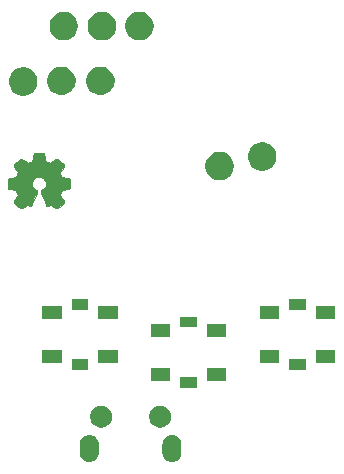
<source format=gbs>
G04 #@! TF.GenerationSoftware,KiCad,Pcbnew,5.1.6*
G04 #@! TF.CreationDate,2020-09-12T16:37:34+02:00*
G04 #@! TF.ProjectId,xling,786c696e-672e-46b6-9963-61645f706362,4*
G04 #@! TF.SameCoordinates,Original*
G04 #@! TF.FileFunction,Soldermask,Bot*
G04 #@! TF.FilePolarity,Negative*
%FSLAX46Y46*%
G04 Gerber Fmt 4.6, Leading zero omitted, Abs format (unit mm)*
G04 Created by KiCad (PCBNEW 5.1.6) date 2020-09-12 16:37:34*
%MOMM*%
%LPD*%
G01*
G04 APERTURE LIST*
%ADD10C,0.010000*%
%ADD11C,0.100000*%
G04 APERTURE END LIST*
D10*
G36*
X56937274Y-59326226D02*
G01*
X56859714Y-59326644D01*
X56788840Y-59327289D01*
X56726326Y-59328134D01*
X56673848Y-59329150D01*
X56633079Y-59330311D01*
X56605693Y-59331588D01*
X56593365Y-59332954D01*
X56592977Y-59333122D01*
X56588641Y-59343166D01*
X56581750Y-59368743D01*
X56572556Y-59408686D01*
X56561308Y-59461828D01*
X56548255Y-59527003D01*
X56533646Y-59603043D01*
X56522820Y-59661076D01*
X56509402Y-59733234D01*
X56496670Y-59800641D01*
X56485002Y-59861366D01*
X56474779Y-59913478D01*
X56466380Y-59955047D01*
X56460185Y-59984142D01*
X56456572Y-59998832D01*
X56456244Y-59999752D01*
X56448906Y-60007898D01*
X56431800Y-60018827D01*
X56403585Y-60033192D01*
X56362925Y-60051646D01*
X56308480Y-60074844D01*
X56269247Y-60091063D01*
X56211691Y-60114602D01*
X56167664Y-60132313D01*
X56135041Y-60144819D01*
X56111695Y-60152746D01*
X56095501Y-60156718D01*
X56084331Y-60157359D01*
X56076061Y-60155293D01*
X56068564Y-60151146D01*
X56067346Y-60150364D01*
X56055069Y-60142160D01*
X56030699Y-60125638D01*
X55996098Y-60102068D01*
X55953130Y-60072722D01*
X55903657Y-60038872D01*
X55849541Y-60001789D01*
X55818852Y-59980737D01*
X55592604Y-59825467D01*
X55393053Y-59825467D01*
X55158160Y-60060472D01*
X54923267Y-60295478D01*
X54923267Y-60495319D01*
X55089399Y-60736812D01*
X55255531Y-60978306D01*
X55176182Y-61164667D01*
X55152628Y-61218906D01*
X55130757Y-61267220D01*
X55111606Y-61307469D01*
X55096210Y-61337515D01*
X55085604Y-61355219D01*
X55082149Y-61358941D01*
X55070732Y-61362236D01*
X55044586Y-61368186D01*
X55005639Y-61376402D01*
X54955820Y-61386493D01*
X54897055Y-61398069D01*
X54831274Y-61410741D01*
X54760405Y-61424119D01*
X54752651Y-61425567D01*
X54671423Y-61440968D01*
X54599911Y-61455036D01*
X54539349Y-61467504D01*
X54490969Y-61478106D01*
X54456005Y-61486573D01*
X54435691Y-61492641D01*
X54430915Y-61495190D01*
X54429542Y-61505594D01*
X54428254Y-61531258D01*
X54427079Y-61570506D01*
X54426045Y-61621665D01*
X54425179Y-61683060D01*
X54424509Y-61753017D01*
X54424063Y-61829862D01*
X54423868Y-61911920D01*
X54423863Y-61922046D01*
X54423899Y-62018927D01*
X54424096Y-62100203D01*
X54424491Y-62167204D01*
X54425122Y-62221257D01*
X54426024Y-62263692D01*
X54427235Y-62295836D01*
X54428792Y-62319019D01*
X54430731Y-62334568D01*
X54433090Y-62343813D01*
X54435674Y-62347903D01*
X54446507Y-62351666D01*
X54472062Y-62357999D01*
X54510391Y-62366497D01*
X54559547Y-62376751D01*
X54617582Y-62388356D01*
X54682549Y-62400905D01*
X54751057Y-62413727D01*
X54827533Y-62428079D01*
X54896302Y-62441501D01*
X54955778Y-62453653D01*
X55004377Y-62464194D01*
X55040514Y-62472785D01*
X55062603Y-62479086D01*
X55068746Y-62481849D01*
X55075317Y-62492398D01*
X55086752Y-62515830D01*
X55101991Y-62549554D01*
X55119971Y-62590976D01*
X55139632Y-62637505D01*
X55159912Y-62686549D01*
X55179749Y-62735515D01*
X55198083Y-62781812D01*
X55213851Y-62822847D01*
X55225992Y-62856029D01*
X55233445Y-62878765D01*
X55235206Y-62888353D01*
X55229875Y-62896781D01*
X55216113Y-62917452D01*
X55195079Y-62948656D01*
X55167933Y-62988680D01*
X55135834Y-63035814D01*
X55099942Y-63088346D01*
X55077783Y-63120701D01*
X54923267Y-63346128D01*
X54923267Y-63546970D01*
X55158565Y-63781718D01*
X55393864Y-64016467D01*
X55589633Y-64016467D01*
X55811749Y-63863780D01*
X56033866Y-63711094D01*
X56104769Y-63749744D01*
X56175673Y-63788393D01*
X56279205Y-63786013D01*
X56382738Y-63783633D01*
X56835814Y-62691433D01*
X56836274Y-62605342D01*
X56835982Y-62567632D01*
X56834827Y-62535419D01*
X56833011Y-62513033D01*
X56831594Y-62505859D01*
X56822860Y-62495792D01*
X56803155Y-62478828D01*
X56775572Y-62457498D01*
X56749044Y-62438382D01*
X56679148Y-62386945D01*
X56622107Y-62338481D01*
X56575024Y-62289756D01*
X56534997Y-62237538D01*
X56499127Y-62178595D01*
X56476192Y-62134169D01*
X56442301Y-62054439D01*
X56422612Y-61982607D01*
X56416912Y-61917684D01*
X56421023Y-61876410D01*
X56447802Y-61776920D01*
X56489872Y-61682801D01*
X56546020Y-61595629D01*
X56615036Y-61516980D01*
X56695706Y-61448427D01*
X56786820Y-61391549D01*
X56798633Y-61385464D01*
X56861775Y-61357667D01*
X56925088Y-61337087D01*
X56983706Y-61325115D01*
X57018767Y-61322599D01*
X57085090Y-61329742D01*
X57156613Y-61350081D01*
X57230369Y-61381975D01*
X57303390Y-61423787D01*
X57372709Y-61473877D01*
X57435358Y-61530607D01*
X57474252Y-61574129D01*
X57511601Y-61627386D01*
X57547421Y-61691372D01*
X57578707Y-61759944D01*
X57602456Y-61826962D01*
X57608203Y-61847993D01*
X57617147Y-61892186D01*
X57619883Y-61932463D01*
X57615904Y-61973252D01*
X57604701Y-62018983D01*
X57585766Y-62074087D01*
X57580749Y-62087289D01*
X57536780Y-62180197D01*
X57478989Y-62265539D01*
X57406702Y-62344095D01*
X57319242Y-62416644D01*
X57260067Y-62457064D01*
X57235044Y-62473791D01*
X57215855Y-62488019D01*
X57207280Y-62495972D01*
X57204745Y-62507769D01*
X57202683Y-62532620D01*
X57201334Y-62566645D01*
X57200930Y-62598421D01*
X57200800Y-62691675D01*
X57420680Y-63222920D01*
X57458028Y-63313084D01*
X57493640Y-63398921D01*
X57526963Y-63479102D01*
X57557442Y-63552304D01*
X57584525Y-63617199D01*
X57607657Y-63672462D01*
X57626284Y-63716767D01*
X57639853Y-63748789D01*
X57647810Y-63767200D01*
X57649577Y-63771015D01*
X57654817Y-63778217D01*
X57663434Y-63783025D01*
X57678518Y-63785914D01*
X57703158Y-63787360D01*
X57740443Y-63787839D01*
X57758942Y-63787867D01*
X57859289Y-63787867D01*
X57930836Y-63749805D01*
X58002384Y-63711744D01*
X58141342Y-63807425D01*
X58191188Y-63841695D01*
X58242999Y-63877224D01*
X58292621Y-63911171D01*
X58335903Y-63940695D01*
X58364008Y-63959786D01*
X58447717Y-64016467D01*
X58644030Y-64016467D01*
X58879148Y-63781348D01*
X59114267Y-63546229D01*
X59114267Y-63447865D01*
X59114107Y-63405567D01*
X59113079Y-63376111D01*
X59110359Y-63355405D01*
X59105122Y-63339358D01*
X59096545Y-63323878D01*
X59086165Y-63308333D01*
X59073757Y-63290180D01*
X59053402Y-63260427D01*
X59026725Y-63221446D01*
X58995347Y-63175608D01*
X58960892Y-63125285D01*
X58929531Y-63079489D01*
X58895437Y-63029301D01*
X58864740Y-62983337D01*
X58838692Y-62943536D01*
X58818548Y-62911838D01*
X58805560Y-62890182D01*
X58800981Y-62880523D01*
X58804014Y-62869807D01*
X58812548Y-62845683D01*
X58825719Y-62810435D01*
X58842664Y-62766348D01*
X58862519Y-62715704D01*
X58878358Y-62675899D01*
X58904676Y-62610964D01*
X58925912Y-62560523D01*
X58942743Y-62523146D01*
X58955847Y-62497403D01*
X58965903Y-62481864D01*
X58973589Y-62475100D01*
X58973627Y-62475083D01*
X58985883Y-62471856D01*
X59012791Y-62466007D01*
X59052340Y-62457932D01*
X59102518Y-62448030D01*
X59161317Y-62436696D01*
X59226724Y-62424329D01*
X59291132Y-62412357D01*
X59360532Y-62399361D01*
X59424884Y-62386924D01*
X59482232Y-62375456D01*
X59530617Y-62365363D01*
X59568082Y-62357053D01*
X59592669Y-62350935D01*
X59602282Y-62347553D01*
X59604974Y-62342682D01*
X59607232Y-62332059D01*
X59609089Y-62314398D01*
X59610580Y-62288410D01*
X59611741Y-62252807D01*
X59612605Y-62206300D01*
X59613208Y-62147603D01*
X59613584Y-62075426D01*
X59613767Y-61988482D01*
X59613800Y-61920125D01*
X59613800Y-61502257D01*
X59594750Y-61490504D01*
X59582271Y-61486334D01*
X59555105Y-61479620D01*
X59515240Y-61470778D01*
X59464663Y-61460220D01*
X59405360Y-61448363D01*
X59339318Y-61435619D01*
X59268523Y-61422405D01*
X59266667Y-61422064D01*
X59196216Y-61408922D01*
X59130845Y-61396309D01*
X59072473Y-61384626D01*
X59023015Y-61374275D01*
X58984388Y-61365658D01*
X58958509Y-61359176D01*
X58947296Y-61355230D01*
X58947160Y-61355113D01*
X58941112Y-61344839D01*
X58929753Y-61321706D01*
X58914270Y-61288436D01*
X58895853Y-61247752D01*
X58875690Y-61202376D01*
X58854968Y-61155031D01*
X58834876Y-61108438D01*
X58816602Y-61065320D01*
X58801335Y-61028400D01*
X58790261Y-61000400D01*
X58784571Y-60984041D01*
X58784067Y-60981433D01*
X58788705Y-60972543D01*
X58801885Y-60951402D01*
X58822502Y-60919676D01*
X58849453Y-60879031D01*
X58881636Y-60831135D01*
X58917946Y-60777653D01*
X58949167Y-60732049D01*
X59114267Y-60491763D01*
X59114267Y-60296064D01*
X58879519Y-60060765D01*
X58644770Y-59825467D01*
X58443790Y-59825467D01*
X58230812Y-59971150D01*
X58175781Y-60008814D01*
X58123699Y-60044498D01*
X58076649Y-60076773D01*
X58036714Y-60104208D01*
X58005977Y-60125374D01*
X57986520Y-60138841D01*
X57983227Y-60141143D01*
X57948620Y-60165452D01*
X57788493Y-60100313D01*
X57726585Y-60075060D01*
X57678550Y-60055202D01*
X57642549Y-60039823D01*
X57616742Y-60028006D01*
X57599290Y-60018836D01*
X57588352Y-60011398D01*
X57582089Y-60004774D01*
X57578661Y-59998050D01*
X57577758Y-59995401D01*
X57575066Y-59983561D01*
X57569678Y-59957010D01*
X57561966Y-59917692D01*
X57552305Y-59867549D01*
X57541070Y-59808523D01*
X57528633Y-59742559D01*
X57515369Y-59671597D01*
X57514008Y-59664281D01*
X57500580Y-59593136D01*
X57487719Y-59526999D01*
X57475826Y-59467777D01*
X57465300Y-59417380D01*
X57456540Y-59377714D01*
X57449945Y-59350687D01*
X57445915Y-59338207D01*
X57445647Y-59337805D01*
X57441006Y-59335040D01*
X57431189Y-59332726D01*
X57414870Y-59330826D01*
X57390727Y-59329304D01*
X57357437Y-59328123D01*
X57313676Y-59327248D01*
X57258120Y-59326641D01*
X57189448Y-59326267D01*
X57106334Y-59326088D01*
X57019847Y-59326063D01*
X56937274Y-59326226D01*
G37*
X56937274Y-59326226D02*
X56859714Y-59326644D01*
X56788840Y-59327289D01*
X56726326Y-59328134D01*
X56673848Y-59329150D01*
X56633079Y-59330311D01*
X56605693Y-59331588D01*
X56593365Y-59332954D01*
X56592977Y-59333122D01*
X56588641Y-59343166D01*
X56581750Y-59368743D01*
X56572556Y-59408686D01*
X56561308Y-59461828D01*
X56548255Y-59527003D01*
X56533646Y-59603043D01*
X56522820Y-59661076D01*
X56509402Y-59733234D01*
X56496670Y-59800641D01*
X56485002Y-59861366D01*
X56474779Y-59913478D01*
X56466380Y-59955047D01*
X56460185Y-59984142D01*
X56456572Y-59998832D01*
X56456244Y-59999752D01*
X56448906Y-60007898D01*
X56431800Y-60018827D01*
X56403585Y-60033192D01*
X56362925Y-60051646D01*
X56308480Y-60074844D01*
X56269247Y-60091063D01*
X56211691Y-60114602D01*
X56167664Y-60132313D01*
X56135041Y-60144819D01*
X56111695Y-60152746D01*
X56095501Y-60156718D01*
X56084331Y-60157359D01*
X56076061Y-60155293D01*
X56068564Y-60151146D01*
X56067346Y-60150364D01*
X56055069Y-60142160D01*
X56030699Y-60125638D01*
X55996098Y-60102068D01*
X55953130Y-60072722D01*
X55903657Y-60038872D01*
X55849541Y-60001789D01*
X55818852Y-59980737D01*
X55592604Y-59825467D01*
X55393053Y-59825467D01*
X55158160Y-60060472D01*
X54923267Y-60295478D01*
X54923267Y-60495319D01*
X55089399Y-60736812D01*
X55255531Y-60978306D01*
X55176182Y-61164667D01*
X55152628Y-61218906D01*
X55130757Y-61267220D01*
X55111606Y-61307469D01*
X55096210Y-61337515D01*
X55085604Y-61355219D01*
X55082149Y-61358941D01*
X55070732Y-61362236D01*
X55044586Y-61368186D01*
X55005639Y-61376402D01*
X54955820Y-61386493D01*
X54897055Y-61398069D01*
X54831274Y-61410741D01*
X54760405Y-61424119D01*
X54752651Y-61425567D01*
X54671423Y-61440968D01*
X54599911Y-61455036D01*
X54539349Y-61467504D01*
X54490969Y-61478106D01*
X54456005Y-61486573D01*
X54435691Y-61492641D01*
X54430915Y-61495190D01*
X54429542Y-61505594D01*
X54428254Y-61531258D01*
X54427079Y-61570506D01*
X54426045Y-61621665D01*
X54425179Y-61683060D01*
X54424509Y-61753017D01*
X54424063Y-61829862D01*
X54423868Y-61911920D01*
X54423863Y-61922046D01*
X54423899Y-62018927D01*
X54424096Y-62100203D01*
X54424491Y-62167204D01*
X54425122Y-62221257D01*
X54426024Y-62263692D01*
X54427235Y-62295836D01*
X54428792Y-62319019D01*
X54430731Y-62334568D01*
X54433090Y-62343813D01*
X54435674Y-62347903D01*
X54446507Y-62351666D01*
X54472062Y-62357999D01*
X54510391Y-62366497D01*
X54559547Y-62376751D01*
X54617582Y-62388356D01*
X54682549Y-62400905D01*
X54751057Y-62413727D01*
X54827533Y-62428079D01*
X54896302Y-62441501D01*
X54955778Y-62453653D01*
X55004377Y-62464194D01*
X55040514Y-62472785D01*
X55062603Y-62479086D01*
X55068746Y-62481849D01*
X55075317Y-62492398D01*
X55086752Y-62515830D01*
X55101991Y-62549554D01*
X55119971Y-62590976D01*
X55139632Y-62637505D01*
X55159912Y-62686549D01*
X55179749Y-62735515D01*
X55198083Y-62781812D01*
X55213851Y-62822847D01*
X55225992Y-62856029D01*
X55233445Y-62878765D01*
X55235206Y-62888353D01*
X55229875Y-62896781D01*
X55216113Y-62917452D01*
X55195079Y-62948656D01*
X55167933Y-62988680D01*
X55135834Y-63035814D01*
X55099942Y-63088346D01*
X55077783Y-63120701D01*
X54923267Y-63346128D01*
X54923267Y-63546970D01*
X55158565Y-63781718D01*
X55393864Y-64016467D01*
X55589633Y-64016467D01*
X55811749Y-63863780D01*
X56033866Y-63711094D01*
X56104769Y-63749744D01*
X56175673Y-63788393D01*
X56279205Y-63786013D01*
X56382738Y-63783633D01*
X56835814Y-62691433D01*
X56836274Y-62605342D01*
X56835982Y-62567632D01*
X56834827Y-62535419D01*
X56833011Y-62513033D01*
X56831594Y-62505859D01*
X56822860Y-62495792D01*
X56803155Y-62478828D01*
X56775572Y-62457498D01*
X56749044Y-62438382D01*
X56679148Y-62386945D01*
X56622107Y-62338481D01*
X56575024Y-62289756D01*
X56534997Y-62237538D01*
X56499127Y-62178595D01*
X56476192Y-62134169D01*
X56442301Y-62054439D01*
X56422612Y-61982607D01*
X56416912Y-61917684D01*
X56421023Y-61876410D01*
X56447802Y-61776920D01*
X56489872Y-61682801D01*
X56546020Y-61595629D01*
X56615036Y-61516980D01*
X56695706Y-61448427D01*
X56786820Y-61391549D01*
X56798633Y-61385464D01*
X56861775Y-61357667D01*
X56925088Y-61337087D01*
X56983706Y-61325115D01*
X57018767Y-61322599D01*
X57085090Y-61329742D01*
X57156613Y-61350081D01*
X57230369Y-61381975D01*
X57303390Y-61423787D01*
X57372709Y-61473877D01*
X57435358Y-61530607D01*
X57474252Y-61574129D01*
X57511601Y-61627386D01*
X57547421Y-61691372D01*
X57578707Y-61759944D01*
X57602456Y-61826962D01*
X57608203Y-61847993D01*
X57617147Y-61892186D01*
X57619883Y-61932463D01*
X57615904Y-61973252D01*
X57604701Y-62018983D01*
X57585766Y-62074087D01*
X57580749Y-62087289D01*
X57536780Y-62180197D01*
X57478989Y-62265539D01*
X57406702Y-62344095D01*
X57319242Y-62416644D01*
X57260067Y-62457064D01*
X57235044Y-62473791D01*
X57215855Y-62488019D01*
X57207280Y-62495972D01*
X57204745Y-62507769D01*
X57202683Y-62532620D01*
X57201334Y-62566645D01*
X57200930Y-62598421D01*
X57200800Y-62691675D01*
X57420680Y-63222920D01*
X57458028Y-63313084D01*
X57493640Y-63398921D01*
X57526963Y-63479102D01*
X57557442Y-63552304D01*
X57584525Y-63617199D01*
X57607657Y-63672462D01*
X57626284Y-63716767D01*
X57639853Y-63748789D01*
X57647810Y-63767200D01*
X57649577Y-63771015D01*
X57654817Y-63778217D01*
X57663434Y-63783025D01*
X57678518Y-63785914D01*
X57703158Y-63787360D01*
X57740443Y-63787839D01*
X57758942Y-63787867D01*
X57859289Y-63787867D01*
X57930836Y-63749805D01*
X58002384Y-63711744D01*
X58141342Y-63807425D01*
X58191188Y-63841695D01*
X58242999Y-63877224D01*
X58292621Y-63911171D01*
X58335903Y-63940695D01*
X58364008Y-63959786D01*
X58447717Y-64016467D01*
X58644030Y-64016467D01*
X58879148Y-63781348D01*
X59114267Y-63546229D01*
X59114267Y-63447865D01*
X59114107Y-63405567D01*
X59113079Y-63376111D01*
X59110359Y-63355405D01*
X59105122Y-63339358D01*
X59096545Y-63323878D01*
X59086165Y-63308333D01*
X59073757Y-63290180D01*
X59053402Y-63260427D01*
X59026725Y-63221446D01*
X58995347Y-63175608D01*
X58960892Y-63125285D01*
X58929531Y-63079489D01*
X58895437Y-63029301D01*
X58864740Y-62983337D01*
X58838692Y-62943536D01*
X58818548Y-62911838D01*
X58805560Y-62890182D01*
X58800981Y-62880523D01*
X58804014Y-62869807D01*
X58812548Y-62845683D01*
X58825719Y-62810435D01*
X58842664Y-62766348D01*
X58862519Y-62715704D01*
X58878358Y-62675899D01*
X58904676Y-62610964D01*
X58925912Y-62560523D01*
X58942743Y-62523146D01*
X58955847Y-62497403D01*
X58965903Y-62481864D01*
X58973589Y-62475100D01*
X58973627Y-62475083D01*
X58985883Y-62471856D01*
X59012791Y-62466007D01*
X59052340Y-62457932D01*
X59102518Y-62448030D01*
X59161317Y-62436696D01*
X59226724Y-62424329D01*
X59291132Y-62412357D01*
X59360532Y-62399361D01*
X59424884Y-62386924D01*
X59482232Y-62375456D01*
X59530617Y-62365363D01*
X59568082Y-62357053D01*
X59592669Y-62350935D01*
X59602282Y-62347553D01*
X59604974Y-62342682D01*
X59607232Y-62332059D01*
X59609089Y-62314398D01*
X59610580Y-62288410D01*
X59611741Y-62252807D01*
X59612605Y-62206300D01*
X59613208Y-62147603D01*
X59613584Y-62075426D01*
X59613767Y-61988482D01*
X59613800Y-61920125D01*
X59613800Y-61502257D01*
X59594750Y-61490504D01*
X59582271Y-61486334D01*
X59555105Y-61479620D01*
X59515240Y-61470778D01*
X59464663Y-61460220D01*
X59405360Y-61448363D01*
X59339318Y-61435619D01*
X59268523Y-61422405D01*
X59266667Y-61422064D01*
X59196216Y-61408922D01*
X59130845Y-61396309D01*
X59072473Y-61384626D01*
X59023015Y-61374275D01*
X58984388Y-61365658D01*
X58958509Y-61359176D01*
X58947296Y-61355230D01*
X58947160Y-61355113D01*
X58941112Y-61344839D01*
X58929753Y-61321706D01*
X58914270Y-61288436D01*
X58895853Y-61247752D01*
X58875690Y-61202376D01*
X58854968Y-61155031D01*
X58834876Y-61108438D01*
X58816602Y-61065320D01*
X58801335Y-61028400D01*
X58790261Y-61000400D01*
X58784571Y-60984041D01*
X58784067Y-60981433D01*
X58788705Y-60972543D01*
X58801885Y-60951402D01*
X58822502Y-60919676D01*
X58849453Y-60879031D01*
X58881636Y-60831135D01*
X58917946Y-60777653D01*
X58949167Y-60732049D01*
X59114267Y-60491763D01*
X59114267Y-60296064D01*
X58879519Y-60060765D01*
X58644770Y-59825467D01*
X58443790Y-59825467D01*
X58230812Y-59971150D01*
X58175781Y-60008814D01*
X58123699Y-60044498D01*
X58076649Y-60076773D01*
X58036714Y-60104208D01*
X58005977Y-60125374D01*
X57986520Y-60138841D01*
X57983227Y-60141143D01*
X57948620Y-60165452D01*
X57788493Y-60100313D01*
X57726585Y-60075060D01*
X57678550Y-60055202D01*
X57642549Y-60039823D01*
X57616742Y-60028006D01*
X57599290Y-60018836D01*
X57588352Y-60011398D01*
X57582089Y-60004774D01*
X57578661Y-59998050D01*
X57577758Y-59995401D01*
X57575066Y-59983561D01*
X57569678Y-59957010D01*
X57561966Y-59917692D01*
X57552305Y-59867549D01*
X57541070Y-59808523D01*
X57528633Y-59742559D01*
X57515369Y-59671597D01*
X57514008Y-59664281D01*
X57500580Y-59593136D01*
X57487719Y-59526999D01*
X57475826Y-59467777D01*
X57465300Y-59417380D01*
X57456540Y-59377714D01*
X57449945Y-59350687D01*
X57445915Y-59338207D01*
X57445647Y-59337805D01*
X57441006Y-59335040D01*
X57431189Y-59332726D01*
X57414870Y-59330826D01*
X57390727Y-59329304D01*
X57357437Y-59328123D01*
X57313676Y-59327248D01*
X57258120Y-59326641D01*
X57189448Y-59326267D01*
X57106334Y-59326088D01*
X57019847Y-59326063D01*
X56937274Y-59326226D01*
D11*
G36*
X61438827Y-83209076D02*
G01*
X61589629Y-83254821D01*
X61728605Y-83329105D01*
X61850422Y-83429078D01*
X61950395Y-83550895D01*
X62024679Y-83689871D01*
X62070424Y-83840673D01*
X62082000Y-83958205D01*
X62082000Y-84736795D01*
X62070424Y-84854327D01*
X62024679Y-85005129D01*
X61950395Y-85144105D01*
X61850422Y-85265922D01*
X61728604Y-85365895D01*
X61589628Y-85440179D01*
X61438826Y-85485924D01*
X61282000Y-85501370D01*
X61125173Y-85485924D01*
X60974371Y-85440179D01*
X60835395Y-85365895D01*
X60713578Y-85265922D01*
X60613605Y-85144104D01*
X60539321Y-85005128D01*
X60493576Y-84854326D01*
X60482000Y-84736794D01*
X60482000Y-83958205D01*
X60493576Y-83840673D01*
X60539322Y-83689871D01*
X60613606Y-83550895D01*
X60713579Y-83429078D01*
X60835396Y-83329105D01*
X60974372Y-83254821D01*
X61125174Y-83209076D01*
X61282000Y-83193630D01*
X61438827Y-83209076D01*
G37*
G36*
X68438826Y-83209076D02*
G01*
X68589628Y-83254821D01*
X68728604Y-83329105D01*
X68850422Y-83429078D01*
X68950395Y-83550895D01*
X69024679Y-83689871D01*
X69070424Y-83840673D01*
X69082000Y-83958205D01*
X69082000Y-84736795D01*
X69070424Y-84854327D01*
X69024679Y-85005129D01*
X68950395Y-85144105D01*
X68850422Y-85265922D01*
X68728605Y-85365895D01*
X68589629Y-85440179D01*
X68438827Y-85485924D01*
X68282000Y-85501370D01*
X68125174Y-85485924D01*
X67974372Y-85440179D01*
X67835396Y-85365895D01*
X67713579Y-85265922D01*
X67613606Y-85144105D01*
X67539322Y-85005129D01*
X67493576Y-84854327D01*
X67482000Y-84736795D01*
X67482000Y-83958206D01*
X67493576Y-83840674D01*
X67539321Y-83689872D01*
X67613605Y-83550896D01*
X67713578Y-83429078D01*
X67835395Y-83329105D01*
X67974371Y-83254821D01*
X68125173Y-83209076D01*
X68282000Y-83193630D01*
X68438826Y-83209076D01*
G37*
G36*
X67551811Y-80758046D02*
G01*
X67551814Y-80758047D01*
X67551813Y-80758047D01*
X67720152Y-80827775D01*
X67871653Y-80929005D01*
X68000495Y-81057847D01*
X68101725Y-81209348D01*
X68159490Y-81348806D01*
X68171454Y-81377689D01*
X68207000Y-81556394D01*
X68207000Y-81738606D01*
X68171454Y-81917311D01*
X68171453Y-81917313D01*
X68101725Y-82085652D01*
X68000495Y-82237153D01*
X67871653Y-82365995D01*
X67720152Y-82467225D01*
X67580694Y-82524990D01*
X67551811Y-82536954D01*
X67373106Y-82572500D01*
X67190894Y-82572500D01*
X67012189Y-82536954D01*
X66983306Y-82524990D01*
X66843848Y-82467225D01*
X66692347Y-82365995D01*
X66563505Y-82237153D01*
X66462275Y-82085652D01*
X66392547Y-81917313D01*
X66392546Y-81917311D01*
X66357000Y-81738606D01*
X66357000Y-81556394D01*
X66392546Y-81377689D01*
X66404510Y-81348806D01*
X66462275Y-81209348D01*
X66563505Y-81057847D01*
X66692347Y-80929005D01*
X66843848Y-80827775D01*
X67012187Y-80758047D01*
X67012186Y-80758047D01*
X67012189Y-80758046D01*
X67190894Y-80722500D01*
X67373106Y-80722500D01*
X67551811Y-80758046D01*
G37*
G36*
X62551811Y-80758046D02*
G01*
X62551814Y-80758047D01*
X62551813Y-80758047D01*
X62720152Y-80827775D01*
X62871653Y-80929005D01*
X63000495Y-81057847D01*
X63101725Y-81209348D01*
X63159490Y-81348806D01*
X63171454Y-81377689D01*
X63207000Y-81556394D01*
X63207000Y-81738606D01*
X63171454Y-81917311D01*
X63171453Y-81917313D01*
X63101725Y-82085652D01*
X63000495Y-82237153D01*
X62871653Y-82365995D01*
X62720152Y-82467225D01*
X62580694Y-82524990D01*
X62551811Y-82536954D01*
X62373106Y-82572500D01*
X62190894Y-82572500D01*
X62012189Y-82536954D01*
X61983306Y-82524990D01*
X61843848Y-82467225D01*
X61692347Y-82365995D01*
X61563505Y-82237153D01*
X61462275Y-82085652D01*
X61392547Y-81917313D01*
X61392546Y-81917311D01*
X61357000Y-81738606D01*
X61357000Y-81556394D01*
X61392546Y-81377689D01*
X61404510Y-81348806D01*
X61462275Y-81209348D01*
X61563505Y-81057847D01*
X61692347Y-80929005D01*
X61843848Y-80827775D01*
X62012187Y-80758047D01*
X62012186Y-80758047D01*
X62012189Y-80758046D01*
X62190894Y-80722500D01*
X62373106Y-80722500D01*
X62551811Y-80758046D01*
G37*
G36*
X70384900Y-79200000D02*
G01*
X68984900Y-79200000D01*
X68984900Y-78300000D01*
X70384900Y-78300000D01*
X70384900Y-79200000D01*
G37*
G36*
X72884900Y-78600000D02*
G01*
X71234900Y-78600000D01*
X71234900Y-77500000D01*
X72884900Y-77500000D01*
X72884900Y-78600000D01*
G37*
G36*
X68134900Y-78600000D02*
G01*
X66484900Y-78600000D01*
X66484900Y-77500000D01*
X68134900Y-77500000D01*
X68134900Y-78600000D01*
G37*
G36*
X79605100Y-77701400D02*
G01*
X78205100Y-77701400D01*
X78205100Y-76801400D01*
X79605100Y-76801400D01*
X79605100Y-77701400D01*
G37*
G36*
X61202800Y-77701400D02*
G01*
X59802800Y-77701400D01*
X59802800Y-76801400D01*
X61202800Y-76801400D01*
X61202800Y-77701400D01*
G37*
G36*
X58952800Y-77101400D02*
G01*
X57302800Y-77101400D01*
X57302800Y-76001400D01*
X58952800Y-76001400D01*
X58952800Y-77101400D01*
G37*
G36*
X63702800Y-77101400D02*
G01*
X62052800Y-77101400D01*
X62052800Y-76001400D01*
X63702800Y-76001400D01*
X63702800Y-77101400D01*
G37*
G36*
X77355100Y-77101400D02*
G01*
X75705100Y-77101400D01*
X75705100Y-76001400D01*
X77355100Y-76001400D01*
X77355100Y-77101400D01*
G37*
G36*
X82105100Y-77101400D02*
G01*
X80455100Y-77101400D01*
X80455100Y-76001400D01*
X82105100Y-76001400D01*
X82105100Y-77101400D01*
G37*
G36*
X68134900Y-74900000D02*
G01*
X66484900Y-74900000D01*
X66484900Y-73800000D01*
X68134900Y-73800000D01*
X68134900Y-74900000D01*
G37*
G36*
X72884900Y-74900000D02*
G01*
X71234900Y-74900000D01*
X71234900Y-73800000D01*
X72884900Y-73800000D01*
X72884900Y-74900000D01*
G37*
G36*
X70384900Y-74100000D02*
G01*
X68984900Y-74100000D01*
X68984900Y-73200000D01*
X70384900Y-73200000D01*
X70384900Y-74100000D01*
G37*
G36*
X58952800Y-73401400D02*
G01*
X57302800Y-73401400D01*
X57302800Y-72301400D01*
X58952800Y-72301400D01*
X58952800Y-73401400D01*
G37*
G36*
X77355100Y-73401400D02*
G01*
X75705100Y-73401400D01*
X75705100Y-72301400D01*
X77355100Y-72301400D01*
X77355100Y-73401400D01*
G37*
G36*
X63702800Y-73401400D02*
G01*
X62052800Y-73401400D01*
X62052800Y-72301400D01*
X63702800Y-72301400D01*
X63702800Y-73401400D01*
G37*
G36*
X82105100Y-73401400D02*
G01*
X80455100Y-73401400D01*
X80455100Y-72301400D01*
X82105100Y-72301400D01*
X82105100Y-73401400D01*
G37*
G36*
X61202800Y-72601400D02*
G01*
X59802800Y-72601400D01*
X59802800Y-71701400D01*
X61202800Y-71701400D01*
X61202800Y-72601400D01*
G37*
G36*
X79605100Y-72601400D02*
G01*
X78205100Y-72601400D01*
X78205100Y-71701400D01*
X79605100Y-71701400D01*
X79605100Y-72601400D01*
G37*
G36*
X72663825Y-59272715D02*
G01*
X72672902Y-59276475D01*
X72882213Y-59363174D01*
X73078755Y-59494499D01*
X73245901Y-59661645D01*
X73301390Y-59744691D01*
X73377227Y-59858189D01*
X73467685Y-60076575D01*
X73513800Y-60308409D01*
X73513800Y-60544791D01*
X73467685Y-60776625D01*
X73447026Y-60826500D01*
X73377226Y-60995013D01*
X73245901Y-61191555D01*
X73078755Y-61358701D01*
X72882213Y-61490026D01*
X72882212Y-61490027D01*
X72882211Y-61490027D01*
X72663825Y-61580485D01*
X72431991Y-61626600D01*
X72195609Y-61626600D01*
X71963775Y-61580485D01*
X71745389Y-61490027D01*
X71745388Y-61490027D01*
X71745387Y-61490026D01*
X71548845Y-61358701D01*
X71381699Y-61191555D01*
X71250374Y-60995013D01*
X71180574Y-60826500D01*
X71159915Y-60776625D01*
X71113800Y-60544791D01*
X71113800Y-60308409D01*
X71159915Y-60076575D01*
X71250373Y-59858189D01*
X71326210Y-59744691D01*
X71381699Y-59661645D01*
X71548845Y-59494499D01*
X71745387Y-59363174D01*
X71954698Y-59276475D01*
X71963775Y-59272715D01*
X72195609Y-59226600D01*
X72431991Y-59226600D01*
X72663825Y-59272715D01*
G37*
G36*
X76270625Y-58472615D02*
G01*
X76270628Y-58472616D01*
X76270627Y-58472616D01*
X76489013Y-58563074D01*
X76685555Y-58694399D01*
X76852701Y-58861545D01*
X76984026Y-59058087D01*
X76984027Y-59058089D01*
X77074485Y-59276475D01*
X77120600Y-59508309D01*
X77120600Y-59744691D01*
X77074485Y-59976525D01*
X77074484Y-59976527D01*
X76984026Y-60194913D01*
X76852701Y-60391455D01*
X76685555Y-60558601D01*
X76489013Y-60689926D01*
X76489012Y-60689927D01*
X76489011Y-60689927D01*
X76270625Y-60780385D01*
X76038791Y-60826500D01*
X75802409Y-60826500D01*
X75570575Y-60780385D01*
X75352189Y-60689927D01*
X75352188Y-60689927D01*
X75352187Y-60689926D01*
X75155645Y-60558601D01*
X74988499Y-60391455D01*
X74857174Y-60194913D01*
X74766716Y-59976527D01*
X74766715Y-59976525D01*
X74720600Y-59744691D01*
X74720600Y-59508309D01*
X74766715Y-59276475D01*
X74857173Y-59058089D01*
X74857174Y-59058087D01*
X74988499Y-58861545D01*
X75155645Y-58694399D01*
X75352187Y-58563074D01*
X75570573Y-58472616D01*
X75570572Y-58472616D01*
X75570575Y-58472615D01*
X75802409Y-58426500D01*
X76038791Y-58426500D01*
X76270625Y-58472615D01*
G37*
G36*
X56039525Y-52122615D02*
G01*
X56104610Y-52149574D01*
X56257913Y-52213074D01*
X56454455Y-52344399D01*
X56621601Y-52511545D01*
X56710498Y-52644589D01*
X56752927Y-52708089D01*
X56843385Y-52926475D01*
X56889500Y-53158309D01*
X56889500Y-53394691D01*
X56843385Y-53626525D01*
X56752927Y-53844911D01*
X56752926Y-53844913D01*
X56621601Y-54041455D01*
X56454455Y-54208601D01*
X56257913Y-54339926D01*
X56257912Y-54339927D01*
X56257911Y-54339927D01*
X56039525Y-54430385D01*
X55807691Y-54476500D01*
X55571309Y-54476500D01*
X55339475Y-54430385D01*
X55121089Y-54339927D01*
X55121088Y-54339927D01*
X55121087Y-54339926D01*
X54924545Y-54208601D01*
X54757399Y-54041455D01*
X54626074Y-53844913D01*
X54626073Y-53844911D01*
X54535615Y-53626525D01*
X54489500Y-53394691D01*
X54489500Y-53158309D01*
X54535615Y-52926475D01*
X54626073Y-52708089D01*
X54668502Y-52644589D01*
X54757399Y-52511545D01*
X54924545Y-52344399D01*
X55121087Y-52213074D01*
X55274390Y-52149574D01*
X55339475Y-52122615D01*
X55571309Y-52076500D01*
X55807691Y-52076500D01*
X56039525Y-52122615D01*
G37*
G36*
X59278025Y-52059115D02*
G01*
X59496411Y-52149573D01*
X59496413Y-52149574D01*
X59692955Y-52280899D01*
X59860101Y-52448045D01*
X59991426Y-52644587D01*
X59991427Y-52644589D01*
X60081885Y-52862975D01*
X60128000Y-53094809D01*
X60128000Y-53331191D01*
X60081885Y-53563025D01*
X60055582Y-53626527D01*
X59991426Y-53781413D01*
X59860101Y-53977955D01*
X59692955Y-54145101D01*
X59496413Y-54276426D01*
X59496412Y-54276427D01*
X59496411Y-54276427D01*
X59278025Y-54366885D01*
X59046191Y-54413000D01*
X58809809Y-54413000D01*
X58577975Y-54366885D01*
X58359589Y-54276427D01*
X58359588Y-54276427D01*
X58359587Y-54276426D01*
X58163045Y-54145101D01*
X57995899Y-53977955D01*
X57864574Y-53781413D01*
X57800418Y-53626527D01*
X57774115Y-53563025D01*
X57728000Y-53331191D01*
X57728000Y-53094809D01*
X57774115Y-52862975D01*
X57864573Y-52644589D01*
X57864574Y-52644587D01*
X57995899Y-52448045D01*
X58163045Y-52280899D01*
X58359587Y-52149574D01*
X58359589Y-52149573D01*
X58577975Y-52059115D01*
X58809809Y-52013000D01*
X59046191Y-52013000D01*
X59278025Y-52059115D01*
G37*
G36*
X62580025Y-52059115D02*
G01*
X62798411Y-52149573D01*
X62798413Y-52149574D01*
X62994955Y-52280899D01*
X63162101Y-52448045D01*
X63293426Y-52644587D01*
X63293427Y-52644589D01*
X63383885Y-52862975D01*
X63430000Y-53094809D01*
X63430000Y-53331191D01*
X63383885Y-53563025D01*
X63357582Y-53626527D01*
X63293426Y-53781413D01*
X63162101Y-53977955D01*
X62994955Y-54145101D01*
X62798413Y-54276426D01*
X62798412Y-54276427D01*
X62798411Y-54276427D01*
X62580025Y-54366885D01*
X62348191Y-54413000D01*
X62111809Y-54413000D01*
X61879975Y-54366885D01*
X61661589Y-54276427D01*
X61661588Y-54276427D01*
X61661587Y-54276426D01*
X61465045Y-54145101D01*
X61297899Y-53977955D01*
X61166574Y-53781413D01*
X61102418Y-53626527D01*
X61076115Y-53563025D01*
X61030000Y-53331191D01*
X61030000Y-53094809D01*
X61076115Y-52862975D01*
X61166573Y-52644589D01*
X61166574Y-52644587D01*
X61297899Y-52448045D01*
X61465045Y-52280899D01*
X61661587Y-52149574D01*
X61661589Y-52149573D01*
X61879975Y-52059115D01*
X62111809Y-52013000D01*
X62348191Y-52013000D01*
X62580025Y-52059115D01*
G37*
G36*
X62707025Y-47423615D02*
G01*
X62707028Y-47423616D01*
X62707027Y-47423616D01*
X62925413Y-47514074D01*
X63121955Y-47645399D01*
X63289101Y-47812545D01*
X63420426Y-48009087D01*
X63420427Y-48009089D01*
X63510885Y-48227475D01*
X63557000Y-48459309D01*
X63557000Y-48695691D01*
X63510885Y-48927525D01*
X63510884Y-48927527D01*
X63420426Y-49145913D01*
X63289101Y-49342455D01*
X63121955Y-49509601D01*
X62925413Y-49640926D01*
X62925412Y-49640927D01*
X62925411Y-49640927D01*
X62707025Y-49731385D01*
X62475191Y-49777500D01*
X62238809Y-49777500D01*
X62006975Y-49731385D01*
X61788589Y-49640927D01*
X61788588Y-49640927D01*
X61788587Y-49640926D01*
X61592045Y-49509601D01*
X61424899Y-49342455D01*
X61293574Y-49145913D01*
X61203116Y-48927527D01*
X61203115Y-48927525D01*
X61157000Y-48695691D01*
X61157000Y-48459309D01*
X61203115Y-48227475D01*
X61293573Y-48009089D01*
X61293574Y-48009087D01*
X61424899Y-47812545D01*
X61592045Y-47645399D01*
X61788587Y-47514074D01*
X62006973Y-47423616D01*
X62006972Y-47423616D01*
X62006975Y-47423615D01*
X62238809Y-47377500D01*
X62475191Y-47377500D01*
X62707025Y-47423615D01*
G37*
G36*
X65882025Y-47423615D02*
G01*
X65882028Y-47423616D01*
X65882027Y-47423616D01*
X66100413Y-47514074D01*
X66296955Y-47645399D01*
X66464101Y-47812545D01*
X66595426Y-48009087D01*
X66595427Y-48009089D01*
X66685885Y-48227475D01*
X66732000Y-48459309D01*
X66732000Y-48695691D01*
X66685885Y-48927525D01*
X66685884Y-48927527D01*
X66595426Y-49145913D01*
X66464101Y-49342455D01*
X66296955Y-49509601D01*
X66100413Y-49640926D01*
X66100412Y-49640927D01*
X66100411Y-49640927D01*
X65882025Y-49731385D01*
X65650191Y-49777500D01*
X65413809Y-49777500D01*
X65181975Y-49731385D01*
X64963589Y-49640927D01*
X64963588Y-49640927D01*
X64963587Y-49640926D01*
X64767045Y-49509601D01*
X64599899Y-49342455D01*
X64468574Y-49145913D01*
X64378116Y-48927527D01*
X64378115Y-48927525D01*
X64332000Y-48695691D01*
X64332000Y-48459309D01*
X64378115Y-48227475D01*
X64468573Y-48009089D01*
X64468574Y-48009087D01*
X64599899Y-47812545D01*
X64767045Y-47645399D01*
X64963587Y-47514074D01*
X65181973Y-47423616D01*
X65181972Y-47423616D01*
X65181975Y-47423615D01*
X65413809Y-47377500D01*
X65650191Y-47377500D01*
X65882025Y-47423615D01*
G37*
G36*
X59468525Y-47423615D02*
G01*
X59468528Y-47423616D01*
X59468527Y-47423616D01*
X59686913Y-47514074D01*
X59883455Y-47645399D01*
X60050601Y-47812545D01*
X60181926Y-48009087D01*
X60181927Y-48009089D01*
X60272385Y-48227475D01*
X60318500Y-48459309D01*
X60318500Y-48695691D01*
X60272385Y-48927525D01*
X60272384Y-48927527D01*
X60181926Y-49145913D01*
X60050601Y-49342455D01*
X59883455Y-49509601D01*
X59686913Y-49640926D01*
X59686912Y-49640927D01*
X59686911Y-49640927D01*
X59468525Y-49731385D01*
X59236691Y-49777500D01*
X59000309Y-49777500D01*
X58768475Y-49731385D01*
X58550089Y-49640927D01*
X58550088Y-49640927D01*
X58550087Y-49640926D01*
X58353545Y-49509601D01*
X58186399Y-49342455D01*
X58055074Y-49145913D01*
X57964616Y-48927527D01*
X57964615Y-48927525D01*
X57918500Y-48695691D01*
X57918500Y-48459309D01*
X57964615Y-48227475D01*
X58055073Y-48009089D01*
X58055074Y-48009087D01*
X58186399Y-47812545D01*
X58353545Y-47645399D01*
X58550087Y-47514074D01*
X58768473Y-47423616D01*
X58768472Y-47423616D01*
X58768475Y-47423615D01*
X59000309Y-47377500D01*
X59236691Y-47377500D01*
X59468525Y-47423615D01*
G37*
M02*

</source>
